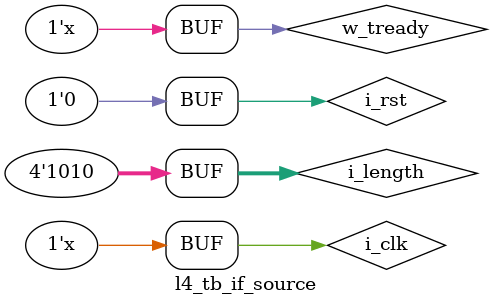
<source format=sv>
`timescale 1ns / 1ps
/*interface if_axis #(parameter int N = 1) ();
	
	localparam W = 8 * N; // tdata bit width (N - number of BYTES)
	
	logic         tready;
	logic         tvalid;
	logic         tlast ;
	logic [W-1:0] tdata ;
	
	modport m (input tready, output tvalid, tlast, tdata);
	modport s (output tready, input tvalid, tlast, tdata);
	
endinterface : if_axis*/
module l4_tb_if_source#(
    parameter int G_BYT = 1,             
    parameter int G_BIT_WIDTH = 8 * G_BYT,
    parameter int G_DATA_MAX = 10, //Size of data pack
    parameter int G_CNT_WIDTH = ($ceil($clog2(G_DATA_MAX+1)))
    );
    
    localparam T_CLK = 1;
    
    bit i_clk = '0;
    bit i_rst = '0;
    logic w_tready = '0;
    if_axis m_axis();
    logic [G_CNT_WIDTH-1:0] i_length = '0;
    
    l4_if_source #(
        .G_DATA_MAX (G_DATA_MAX)
    ) UUT_1 (
        .i_clk  (i_clk),
        .i_rst  (i_rst  ),
        .i_length (i_length),
        .m_axis   (m_axis  )
    );
    
    always#(T_CLK) i_clk = ~i_clk;
    always#(T_CLK*10) w_tready = ~w_tready; // Problem? check if work

//      always#(T_CLK*10) m_axis.tready = ~m_axis.tready;

    always_ff @(posedge i_clk)
        m_axis.tready <= w_tready;
        // i_src_tready <= w_tready;

    initial begin
        m_axis.tready <= '0;
        #(T_CLK * 20)
        i_length <= G_DATA_MAX; // G_DATA_MAX need to be equal or bigger than i_length
        
        /*#(T_CLK * 20)
        i_length <= 0;
        
        #(T_CLK * 20)
        i_length <= 30;
        
        #(T_CLK * 20)
        i_length <= 0;
        
        #(T_CLK * 20)
        i_length <= 10;
        
        #(T_CLK * 20)
        i_length <= 0;*/
    end

endmodule

</source>
